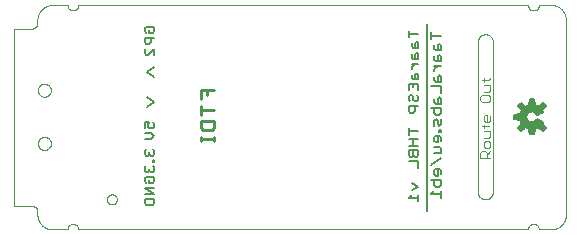
<source format=gbo>
G75*
%MOIN*%
%OFA0B0*%
%FSLAX25Y25*%
%IPPOS*%
%LPD*%
%AMOC8*
5,1,8,0,0,1.08239X$1,22.5*
%
%ADD10C,0.00800*%
%ADD11C,0.00600*%
%ADD12C,0.00000*%
%ADD13C,0.01100*%
%ADD14C,0.00200*%
%ADD15C,0.00591*%
D10*
X0103545Y0009902D02*
X0104079Y0009369D01*
X0106214Y0009369D01*
X0106748Y0009902D01*
X0106748Y0011504D01*
X0103545Y0011504D01*
X0103545Y0009902D01*
X0103545Y0013052D02*
X0106748Y0013052D01*
X0103545Y0015187D01*
X0106748Y0015187D01*
X0106214Y0016735D02*
X0105146Y0016735D01*
X0105146Y0017803D01*
X0104079Y0018870D02*
X0103545Y0018336D01*
X0103545Y0017269D01*
X0104079Y0016735D01*
X0106214Y0016735D02*
X0106748Y0017269D01*
X0106748Y0018336D01*
X0106214Y0018870D01*
X0104079Y0018870D01*
X0104079Y0020289D02*
X0104612Y0020289D01*
X0105146Y0020823D01*
X0105680Y0020289D01*
X0106214Y0020289D01*
X0106748Y0020823D01*
X0106748Y0021891D01*
X0106214Y0022425D01*
X0105146Y0021357D02*
X0105146Y0020823D01*
X0104079Y0020289D02*
X0103545Y0020823D01*
X0103545Y0021891D01*
X0104079Y0022425D01*
X0106214Y0023732D02*
X0106748Y0023732D01*
X0106748Y0024266D01*
X0106214Y0024266D01*
X0106214Y0023732D01*
X0106214Y0025814D02*
X0106748Y0026348D01*
X0106748Y0027416D01*
X0106214Y0027949D01*
X0105146Y0026882D02*
X0105146Y0026348D01*
X0105680Y0025814D01*
X0106214Y0025814D01*
X0105146Y0026348D02*
X0104612Y0025814D01*
X0104079Y0025814D01*
X0103545Y0026348D01*
X0103545Y0027416D01*
X0104079Y0027949D01*
X0103545Y0031210D02*
X0105680Y0031210D01*
X0106748Y0032278D01*
X0105680Y0033345D01*
X0103545Y0033345D01*
X0103545Y0034893D02*
X0103545Y0037029D01*
X0105146Y0037029D01*
X0104612Y0035961D01*
X0104612Y0035427D01*
X0105146Y0034893D01*
X0106214Y0034893D01*
X0106748Y0035427D01*
X0106748Y0036495D01*
X0106214Y0037029D01*
X0104454Y0042145D02*
X0106589Y0043747D01*
X0104454Y0045348D01*
X0106589Y0052145D02*
X0104454Y0053747D01*
X0106589Y0055348D01*
X0106748Y0059369D02*
X0106748Y0061504D01*
X0104612Y0059369D01*
X0104079Y0059369D01*
X0103545Y0059902D01*
X0103545Y0060970D01*
X0104079Y0061504D01*
X0104079Y0063052D02*
X0105146Y0063052D01*
X0105680Y0063586D01*
X0105680Y0065187D01*
X0106748Y0065187D02*
X0103545Y0065187D01*
X0103545Y0063586D01*
X0104079Y0063052D01*
X0104079Y0066735D02*
X0103545Y0067269D01*
X0103545Y0068336D01*
X0104079Y0068870D01*
X0106214Y0068870D01*
X0106748Y0068336D01*
X0106748Y0067269D01*
X0106214Y0066735D01*
X0105146Y0066735D01*
X0105146Y0067803D01*
X0191545Y0067504D02*
X0191545Y0065368D01*
X0191545Y0066436D02*
X0194748Y0066436D01*
X0194214Y0063820D02*
X0193680Y0063287D01*
X0193680Y0061685D01*
X0193146Y0061685D02*
X0194748Y0061685D01*
X0194748Y0063287D01*
X0194214Y0063820D01*
X0192612Y0063287D02*
X0192612Y0062219D01*
X0193146Y0061685D01*
X0194214Y0060137D02*
X0193680Y0059604D01*
X0193680Y0058002D01*
X0193146Y0058002D02*
X0194748Y0058002D01*
X0194748Y0059604D01*
X0194214Y0060137D01*
X0192612Y0059604D02*
X0192612Y0058536D01*
X0193146Y0058002D01*
X0192612Y0056454D02*
X0194748Y0056454D01*
X0193680Y0056454D02*
X0192612Y0055387D01*
X0192612Y0054853D01*
X0194214Y0053385D02*
X0193680Y0052851D01*
X0193680Y0051250D01*
X0193146Y0051250D02*
X0194748Y0051250D01*
X0194748Y0052851D01*
X0194214Y0053385D01*
X0192612Y0052851D02*
X0192612Y0051784D01*
X0193146Y0051250D01*
X0193146Y0049702D02*
X0193146Y0048634D01*
X0191545Y0047567D02*
X0191545Y0049702D01*
X0194748Y0049702D01*
X0194748Y0047567D01*
X0194214Y0046019D02*
X0194748Y0045485D01*
X0194748Y0044417D01*
X0194214Y0043883D01*
X0193680Y0043883D01*
X0193146Y0044417D01*
X0193146Y0045485D01*
X0192612Y0046019D01*
X0192079Y0046019D01*
X0191545Y0045485D01*
X0191545Y0044417D01*
X0192079Y0043883D01*
X0191545Y0042335D02*
X0191545Y0040734D01*
X0192079Y0040200D01*
X0193146Y0040200D01*
X0193680Y0040734D01*
X0193680Y0042335D01*
X0194748Y0042335D02*
X0191545Y0042335D01*
X0191545Y0034969D02*
X0191545Y0032834D01*
X0191545Y0033902D02*
X0194748Y0033902D01*
X0194748Y0031286D02*
X0191545Y0031286D01*
X0193146Y0031286D02*
X0193146Y0029151D01*
X0191545Y0029151D02*
X0194748Y0029151D01*
X0194748Y0027603D02*
X0191545Y0027603D01*
X0191545Y0026002D01*
X0192079Y0025468D01*
X0192612Y0025468D01*
X0193146Y0026002D01*
X0193146Y0027603D01*
X0194748Y0027603D02*
X0194748Y0026002D01*
X0194214Y0025468D01*
X0193680Y0025468D01*
X0193146Y0026002D01*
X0191545Y0023920D02*
X0194748Y0023920D01*
X0194748Y0021785D01*
X0192612Y0016553D02*
X0194748Y0015486D01*
X0192612Y0014418D01*
X0192612Y0012870D02*
X0191545Y0011803D01*
X0194748Y0011803D01*
X0194748Y0012870D02*
X0194748Y0010735D01*
D11*
X0198945Y0012957D02*
X0202348Y0012957D01*
X0202348Y0014091D02*
X0202348Y0011823D01*
X0200079Y0014091D02*
X0198945Y0012957D01*
X0200646Y0015506D02*
X0200079Y0016073D01*
X0200079Y0017774D01*
X0198945Y0017774D02*
X0202348Y0017774D01*
X0202348Y0016073D01*
X0201780Y0015506D01*
X0200646Y0015506D01*
X0200646Y0019189D02*
X0201213Y0019189D01*
X0201213Y0021457D01*
X0201780Y0021457D02*
X0200646Y0021457D01*
X0200079Y0020890D01*
X0200079Y0019756D01*
X0200646Y0019189D01*
X0202348Y0019756D02*
X0202348Y0020890D01*
X0201780Y0021457D01*
X0198945Y0022872D02*
X0202348Y0025141D01*
X0202348Y0026555D02*
X0200079Y0026555D01*
X0202348Y0026555D02*
X0202348Y0028257D01*
X0201780Y0028824D01*
X0200079Y0028824D01*
X0200646Y0030238D02*
X0201213Y0030238D01*
X0201213Y0032507D01*
X0201780Y0032507D02*
X0200646Y0032507D01*
X0200079Y0031940D01*
X0200079Y0030805D01*
X0200646Y0030238D01*
X0202348Y0030805D02*
X0202348Y0031940D01*
X0201780Y0032507D01*
X0201780Y0033781D02*
X0202348Y0033781D01*
X0202348Y0034348D01*
X0201780Y0034348D01*
X0201780Y0033781D01*
X0201780Y0035763D02*
X0201213Y0036330D01*
X0201213Y0037464D01*
X0200646Y0038032D01*
X0200079Y0037464D01*
X0200079Y0035763D01*
X0201780Y0035763D02*
X0202348Y0036330D01*
X0202348Y0038032D01*
X0201780Y0039446D02*
X0200646Y0039446D01*
X0200079Y0040013D01*
X0200079Y0041715D01*
X0198945Y0041715D02*
X0202348Y0041715D01*
X0202348Y0040013D01*
X0201780Y0039446D01*
X0201213Y0043129D02*
X0201213Y0044831D01*
X0201780Y0045398D01*
X0202348Y0044831D01*
X0202348Y0043129D01*
X0200646Y0043129D01*
X0200079Y0043696D01*
X0200079Y0044831D01*
X0202348Y0046812D02*
X0202348Y0049081D01*
X0198945Y0049081D01*
X0200646Y0050496D02*
X0202348Y0050496D01*
X0202348Y0052197D01*
X0201780Y0052764D01*
X0201213Y0052197D01*
X0201213Y0050496D01*
X0200646Y0050496D02*
X0200079Y0051063D01*
X0200079Y0052197D01*
X0200079Y0054132D02*
X0200079Y0054699D01*
X0201213Y0055833D01*
X0200079Y0055833D02*
X0202348Y0055833D01*
X0202348Y0057248D02*
X0200646Y0057248D01*
X0200079Y0057815D01*
X0200079Y0058949D01*
X0201213Y0058949D02*
X0201780Y0059517D01*
X0202348Y0058949D01*
X0202348Y0057248D01*
X0201213Y0057248D02*
X0201213Y0058949D01*
X0201213Y0060931D02*
X0201213Y0062633D01*
X0201780Y0063200D01*
X0202348Y0062633D01*
X0202348Y0060931D01*
X0200646Y0060931D01*
X0200079Y0061498D01*
X0200079Y0062633D01*
X0198945Y0064614D02*
X0198945Y0066883D01*
X0198945Y0065749D02*
X0202348Y0065749D01*
X0197648Y0069745D02*
X0197648Y0007245D01*
D12*
X0059959Y0009119D02*
X0059959Y0068175D01*
X0065864Y0068175D01*
X0065864Y0068174D02*
X0065950Y0068176D01*
X0066036Y0068181D01*
X0066121Y0068191D01*
X0066206Y0068204D01*
X0066290Y0068221D01*
X0066374Y0068241D01*
X0066456Y0068265D01*
X0066537Y0068293D01*
X0066618Y0068324D01*
X0066696Y0068358D01*
X0066773Y0068396D01*
X0066849Y0068438D01*
X0066922Y0068482D01*
X0066993Y0068530D01*
X0067063Y0068581D01*
X0067130Y0068635D01*
X0067194Y0068691D01*
X0067256Y0068751D01*
X0067316Y0068813D01*
X0067372Y0068877D01*
X0067426Y0068944D01*
X0067477Y0069014D01*
X0067525Y0069085D01*
X0067569Y0069159D01*
X0067611Y0069234D01*
X0067649Y0069311D01*
X0067683Y0069389D01*
X0067714Y0069470D01*
X0067742Y0069551D01*
X0067766Y0069633D01*
X0067786Y0069717D01*
X0067803Y0069801D01*
X0067816Y0069886D01*
X0067826Y0069971D01*
X0067831Y0070057D01*
X0067833Y0070143D01*
X0067833Y0071049D01*
X0067835Y0071189D01*
X0067841Y0071329D01*
X0067851Y0071469D01*
X0067864Y0071609D01*
X0067882Y0071748D01*
X0067904Y0071887D01*
X0067929Y0072024D01*
X0067958Y0072162D01*
X0067991Y0072298D01*
X0068028Y0072433D01*
X0068069Y0072567D01*
X0068114Y0072700D01*
X0068162Y0072832D01*
X0068214Y0072962D01*
X0068269Y0073091D01*
X0068328Y0073218D01*
X0068391Y0073344D01*
X0068457Y0073468D01*
X0068526Y0073589D01*
X0068599Y0073709D01*
X0068676Y0073827D01*
X0068755Y0073942D01*
X0068838Y0074056D01*
X0068924Y0074166D01*
X0069013Y0074275D01*
X0069105Y0074381D01*
X0069200Y0074484D01*
X0069297Y0074585D01*
X0069398Y0074682D01*
X0069501Y0074777D01*
X0069607Y0074869D01*
X0069716Y0074958D01*
X0069826Y0075044D01*
X0069940Y0075127D01*
X0070055Y0075206D01*
X0070173Y0075283D01*
X0070293Y0075356D01*
X0070414Y0075425D01*
X0070538Y0075491D01*
X0070664Y0075554D01*
X0070791Y0075613D01*
X0070920Y0075668D01*
X0071050Y0075720D01*
X0071182Y0075768D01*
X0071315Y0075813D01*
X0071449Y0075854D01*
X0071584Y0075891D01*
X0071720Y0075924D01*
X0071858Y0075953D01*
X0071995Y0075978D01*
X0072134Y0076000D01*
X0072273Y0076018D01*
X0072413Y0076031D01*
X0072553Y0076041D01*
X0072693Y0076047D01*
X0072833Y0076049D01*
X0077963Y0076049D01*
X0077963Y0075617D01*
X0077965Y0075549D01*
X0077970Y0075482D01*
X0077979Y0075415D01*
X0077992Y0075348D01*
X0078009Y0075283D01*
X0078028Y0075218D01*
X0078052Y0075154D01*
X0078079Y0075092D01*
X0078109Y0075031D01*
X0078142Y0074973D01*
X0078178Y0074916D01*
X0078218Y0074861D01*
X0078260Y0074808D01*
X0078306Y0074757D01*
X0078353Y0074710D01*
X0078404Y0074664D01*
X0078457Y0074622D01*
X0078512Y0074582D01*
X0078569Y0074546D01*
X0078627Y0074513D01*
X0078688Y0074483D01*
X0078750Y0074456D01*
X0078814Y0074432D01*
X0078879Y0074413D01*
X0078944Y0074396D01*
X0079011Y0074383D01*
X0079078Y0074374D01*
X0079145Y0074369D01*
X0079213Y0074367D01*
X0080075Y0074367D01*
X0080143Y0074369D01*
X0080210Y0074374D01*
X0080277Y0074383D01*
X0080344Y0074396D01*
X0080409Y0074413D01*
X0080474Y0074432D01*
X0080538Y0074456D01*
X0080600Y0074483D01*
X0080661Y0074513D01*
X0080719Y0074546D01*
X0080776Y0074582D01*
X0080831Y0074622D01*
X0080884Y0074664D01*
X0080935Y0074710D01*
X0080982Y0074757D01*
X0081028Y0074808D01*
X0081070Y0074861D01*
X0081110Y0074916D01*
X0081146Y0074973D01*
X0081179Y0075031D01*
X0081209Y0075092D01*
X0081236Y0075154D01*
X0081260Y0075218D01*
X0081279Y0075283D01*
X0081296Y0075348D01*
X0081309Y0075415D01*
X0081318Y0075482D01*
X0081323Y0075549D01*
X0081325Y0075617D01*
X0081325Y0076049D01*
X0231506Y0076049D01*
X0231506Y0075617D01*
X0231508Y0075549D01*
X0231513Y0075482D01*
X0231522Y0075415D01*
X0231535Y0075348D01*
X0231552Y0075283D01*
X0231571Y0075218D01*
X0231595Y0075154D01*
X0231622Y0075092D01*
X0231652Y0075031D01*
X0231685Y0074973D01*
X0231721Y0074916D01*
X0231761Y0074861D01*
X0231803Y0074808D01*
X0231849Y0074757D01*
X0231896Y0074710D01*
X0231947Y0074664D01*
X0232000Y0074622D01*
X0232055Y0074582D01*
X0232112Y0074546D01*
X0232170Y0074513D01*
X0232231Y0074483D01*
X0232293Y0074456D01*
X0232357Y0074432D01*
X0232422Y0074413D01*
X0232487Y0074396D01*
X0232554Y0074383D01*
X0232621Y0074374D01*
X0232688Y0074369D01*
X0232756Y0074367D01*
X0233618Y0074367D01*
X0233686Y0074369D01*
X0233753Y0074374D01*
X0233820Y0074383D01*
X0233887Y0074396D01*
X0233952Y0074413D01*
X0234017Y0074432D01*
X0234081Y0074456D01*
X0234143Y0074483D01*
X0234204Y0074513D01*
X0234262Y0074546D01*
X0234319Y0074582D01*
X0234374Y0074622D01*
X0234427Y0074664D01*
X0234478Y0074710D01*
X0234525Y0074757D01*
X0234571Y0074808D01*
X0234613Y0074861D01*
X0234653Y0074916D01*
X0234689Y0074973D01*
X0234722Y0075031D01*
X0234752Y0075092D01*
X0234779Y0075154D01*
X0234803Y0075218D01*
X0234822Y0075283D01*
X0234839Y0075348D01*
X0234852Y0075415D01*
X0234861Y0075482D01*
X0234866Y0075549D01*
X0234868Y0075617D01*
X0234868Y0076049D01*
X0238998Y0076049D01*
X0239138Y0076047D01*
X0239278Y0076041D01*
X0239418Y0076031D01*
X0239558Y0076018D01*
X0239697Y0076000D01*
X0239836Y0075978D01*
X0239973Y0075953D01*
X0240111Y0075924D01*
X0240247Y0075891D01*
X0240382Y0075854D01*
X0240516Y0075813D01*
X0240649Y0075768D01*
X0240781Y0075720D01*
X0240911Y0075668D01*
X0241040Y0075613D01*
X0241167Y0075554D01*
X0241293Y0075491D01*
X0241417Y0075425D01*
X0241538Y0075356D01*
X0241658Y0075283D01*
X0241776Y0075206D01*
X0241891Y0075127D01*
X0242005Y0075044D01*
X0242115Y0074958D01*
X0242224Y0074869D01*
X0242330Y0074777D01*
X0242433Y0074682D01*
X0242534Y0074585D01*
X0242631Y0074484D01*
X0242726Y0074381D01*
X0242818Y0074275D01*
X0242907Y0074166D01*
X0242993Y0074056D01*
X0243076Y0073942D01*
X0243155Y0073827D01*
X0243232Y0073709D01*
X0243305Y0073589D01*
X0243374Y0073468D01*
X0243440Y0073344D01*
X0243503Y0073218D01*
X0243562Y0073091D01*
X0243617Y0072962D01*
X0243669Y0072832D01*
X0243717Y0072700D01*
X0243762Y0072567D01*
X0243803Y0072433D01*
X0243840Y0072298D01*
X0243873Y0072162D01*
X0243902Y0072024D01*
X0243927Y0071887D01*
X0243949Y0071748D01*
X0243967Y0071609D01*
X0243980Y0071469D01*
X0243990Y0071329D01*
X0243996Y0071189D01*
X0243998Y0071049D01*
X0243998Y0006245D01*
X0243996Y0006105D01*
X0243990Y0005965D01*
X0243980Y0005825D01*
X0243967Y0005685D01*
X0243949Y0005546D01*
X0243927Y0005407D01*
X0243902Y0005270D01*
X0243873Y0005132D01*
X0243840Y0004996D01*
X0243803Y0004861D01*
X0243762Y0004727D01*
X0243717Y0004594D01*
X0243669Y0004462D01*
X0243617Y0004332D01*
X0243562Y0004203D01*
X0243503Y0004076D01*
X0243440Y0003950D01*
X0243374Y0003826D01*
X0243305Y0003705D01*
X0243232Y0003585D01*
X0243155Y0003467D01*
X0243076Y0003352D01*
X0242993Y0003238D01*
X0242907Y0003128D01*
X0242818Y0003019D01*
X0242726Y0002913D01*
X0242631Y0002810D01*
X0242534Y0002709D01*
X0242433Y0002612D01*
X0242330Y0002517D01*
X0242224Y0002425D01*
X0242115Y0002336D01*
X0242005Y0002250D01*
X0241891Y0002167D01*
X0241776Y0002088D01*
X0241658Y0002011D01*
X0241538Y0001938D01*
X0241417Y0001869D01*
X0241293Y0001803D01*
X0241167Y0001740D01*
X0241040Y0001681D01*
X0240911Y0001626D01*
X0240781Y0001574D01*
X0240649Y0001526D01*
X0240516Y0001481D01*
X0240382Y0001440D01*
X0240247Y0001403D01*
X0240111Y0001370D01*
X0239973Y0001341D01*
X0239836Y0001316D01*
X0239697Y0001294D01*
X0239558Y0001276D01*
X0239418Y0001263D01*
X0239278Y0001253D01*
X0239138Y0001247D01*
X0238998Y0001245D01*
X0234868Y0001245D01*
X0234868Y0001677D01*
X0234866Y0001745D01*
X0234861Y0001812D01*
X0234852Y0001879D01*
X0234839Y0001946D01*
X0234822Y0002011D01*
X0234803Y0002076D01*
X0234779Y0002140D01*
X0234752Y0002202D01*
X0234722Y0002263D01*
X0234689Y0002321D01*
X0234653Y0002378D01*
X0234613Y0002433D01*
X0234571Y0002486D01*
X0234525Y0002537D01*
X0234478Y0002584D01*
X0234427Y0002630D01*
X0234374Y0002672D01*
X0234319Y0002712D01*
X0234262Y0002748D01*
X0234204Y0002781D01*
X0234143Y0002811D01*
X0234081Y0002838D01*
X0234017Y0002862D01*
X0233952Y0002881D01*
X0233887Y0002898D01*
X0233820Y0002911D01*
X0233753Y0002920D01*
X0233686Y0002925D01*
X0233618Y0002927D01*
X0232756Y0002927D01*
X0232688Y0002925D01*
X0232621Y0002920D01*
X0232554Y0002911D01*
X0232487Y0002898D01*
X0232422Y0002881D01*
X0232357Y0002862D01*
X0232293Y0002838D01*
X0232231Y0002811D01*
X0232170Y0002781D01*
X0232112Y0002748D01*
X0232055Y0002712D01*
X0232000Y0002672D01*
X0231947Y0002630D01*
X0231896Y0002584D01*
X0231849Y0002537D01*
X0231803Y0002486D01*
X0231761Y0002433D01*
X0231721Y0002378D01*
X0231685Y0002321D01*
X0231652Y0002263D01*
X0231622Y0002202D01*
X0231595Y0002140D01*
X0231571Y0002076D01*
X0231552Y0002011D01*
X0231535Y0001946D01*
X0231522Y0001879D01*
X0231513Y0001812D01*
X0231508Y0001745D01*
X0231506Y0001677D01*
X0231506Y0001245D01*
X0081325Y0001245D01*
X0081325Y0001677D01*
X0081323Y0001745D01*
X0081318Y0001812D01*
X0081309Y0001879D01*
X0081296Y0001946D01*
X0081279Y0002011D01*
X0081260Y0002076D01*
X0081236Y0002140D01*
X0081209Y0002202D01*
X0081179Y0002263D01*
X0081146Y0002321D01*
X0081110Y0002378D01*
X0081070Y0002433D01*
X0081028Y0002486D01*
X0080982Y0002537D01*
X0080935Y0002584D01*
X0080884Y0002630D01*
X0080831Y0002672D01*
X0080776Y0002712D01*
X0080719Y0002748D01*
X0080661Y0002781D01*
X0080600Y0002811D01*
X0080538Y0002838D01*
X0080474Y0002862D01*
X0080409Y0002881D01*
X0080344Y0002898D01*
X0080277Y0002911D01*
X0080210Y0002920D01*
X0080143Y0002925D01*
X0080075Y0002927D01*
X0079213Y0002927D01*
X0079145Y0002925D01*
X0079078Y0002920D01*
X0079011Y0002911D01*
X0078944Y0002898D01*
X0078879Y0002881D01*
X0078814Y0002862D01*
X0078750Y0002838D01*
X0078688Y0002811D01*
X0078627Y0002781D01*
X0078569Y0002748D01*
X0078512Y0002712D01*
X0078457Y0002672D01*
X0078404Y0002630D01*
X0078353Y0002584D01*
X0078306Y0002537D01*
X0078260Y0002486D01*
X0078218Y0002433D01*
X0078178Y0002378D01*
X0078142Y0002321D01*
X0078109Y0002263D01*
X0078079Y0002202D01*
X0078052Y0002140D01*
X0078028Y0002076D01*
X0078009Y0002011D01*
X0077992Y0001946D01*
X0077979Y0001879D01*
X0077970Y0001812D01*
X0077965Y0001745D01*
X0077963Y0001677D01*
X0077963Y0001245D01*
X0072833Y0001245D01*
X0072693Y0001247D01*
X0072553Y0001253D01*
X0072413Y0001263D01*
X0072273Y0001276D01*
X0072134Y0001294D01*
X0071995Y0001316D01*
X0071858Y0001341D01*
X0071720Y0001370D01*
X0071584Y0001403D01*
X0071449Y0001440D01*
X0071315Y0001481D01*
X0071182Y0001526D01*
X0071050Y0001574D01*
X0070920Y0001626D01*
X0070791Y0001681D01*
X0070664Y0001740D01*
X0070538Y0001803D01*
X0070414Y0001869D01*
X0070293Y0001938D01*
X0070173Y0002011D01*
X0070055Y0002088D01*
X0069940Y0002167D01*
X0069826Y0002250D01*
X0069716Y0002336D01*
X0069607Y0002425D01*
X0069501Y0002517D01*
X0069398Y0002612D01*
X0069297Y0002709D01*
X0069200Y0002810D01*
X0069105Y0002913D01*
X0069013Y0003019D01*
X0068924Y0003128D01*
X0068838Y0003238D01*
X0068755Y0003352D01*
X0068676Y0003467D01*
X0068599Y0003585D01*
X0068526Y0003705D01*
X0068457Y0003826D01*
X0068391Y0003950D01*
X0068328Y0004076D01*
X0068269Y0004203D01*
X0068214Y0004332D01*
X0068162Y0004462D01*
X0068114Y0004594D01*
X0068069Y0004727D01*
X0068028Y0004861D01*
X0067991Y0004996D01*
X0067958Y0005132D01*
X0067929Y0005270D01*
X0067904Y0005407D01*
X0067882Y0005546D01*
X0067864Y0005685D01*
X0067851Y0005825D01*
X0067841Y0005965D01*
X0067835Y0006105D01*
X0067833Y0006245D01*
X0067833Y0007151D01*
X0067831Y0007237D01*
X0067826Y0007323D01*
X0067816Y0007408D01*
X0067803Y0007493D01*
X0067786Y0007577D01*
X0067766Y0007661D01*
X0067742Y0007743D01*
X0067714Y0007824D01*
X0067683Y0007905D01*
X0067649Y0007983D01*
X0067611Y0008060D01*
X0067569Y0008136D01*
X0067525Y0008209D01*
X0067477Y0008280D01*
X0067426Y0008350D01*
X0067372Y0008417D01*
X0067316Y0008481D01*
X0067256Y0008543D01*
X0067194Y0008603D01*
X0067130Y0008659D01*
X0067063Y0008713D01*
X0066993Y0008764D01*
X0066922Y0008812D01*
X0066849Y0008856D01*
X0066773Y0008898D01*
X0066696Y0008936D01*
X0066618Y0008970D01*
X0066537Y0009001D01*
X0066456Y0009029D01*
X0066374Y0009053D01*
X0066290Y0009073D01*
X0066206Y0009090D01*
X0066121Y0009103D01*
X0066036Y0009113D01*
X0065950Y0009118D01*
X0065864Y0009120D01*
X0065864Y0009119D02*
X0059959Y0009119D01*
X0090975Y0011245D02*
X0090977Y0011326D01*
X0090983Y0011408D01*
X0090993Y0011489D01*
X0091007Y0011569D01*
X0091024Y0011648D01*
X0091046Y0011727D01*
X0091071Y0011804D01*
X0091100Y0011881D01*
X0091133Y0011955D01*
X0091170Y0012028D01*
X0091209Y0012099D01*
X0091253Y0012168D01*
X0091299Y0012235D01*
X0091349Y0012299D01*
X0091402Y0012361D01*
X0091458Y0012421D01*
X0091516Y0012477D01*
X0091578Y0012531D01*
X0091642Y0012582D01*
X0091708Y0012629D01*
X0091776Y0012673D01*
X0091847Y0012714D01*
X0091919Y0012751D01*
X0091994Y0012785D01*
X0092069Y0012815D01*
X0092147Y0012841D01*
X0092225Y0012864D01*
X0092304Y0012882D01*
X0092384Y0012897D01*
X0092465Y0012908D01*
X0092546Y0012915D01*
X0092628Y0012918D01*
X0092709Y0012917D01*
X0092790Y0012912D01*
X0092871Y0012903D01*
X0092952Y0012890D01*
X0093032Y0012873D01*
X0093110Y0012853D01*
X0093188Y0012828D01*
X0093265Y0012800D01*
X0093340Y0012768D01*
X0093413Y0012733D01*
X0093484Y0012694D01*
X0093554Y0012651D01*
X0093621Y0012606D01*
X0093687Y0012557D01*
X0093749Y0012505D01*
X0093809Y0012449D01*
X0093866Y0012391D01*
X0093921Y0012331D01*
X0093972Y0012267D01*
X0094020Y0012202D01*
X0094065Y0012134D01*
X0094107Y0012064D01*
X0094145Y0011992D01*
X0094180Y0011918D01*
X0094211Y0011843D01*
X0094238Y0011766D01*
X0094261Y0011688D01*
X0094281Y0011609D01*
X0094297Y0011529D01*
X0094309Y0011448D01*
X0094317Y0011367D01*
X0094321Y0011286D01*
X0094321Y0011204D01*
X0094317Y0011123D01*
X0094309Y0011042D01*
X0094297Y0010961D01*
X0094281Y0010881D01*
X0094261Y0010802D01*
X0094238Y0010724D01*
X0094211Y0010647D01*
X0094180Y0010572D01*
X0094145Y0010498D01*
X0094107Y0010426D01*
X0094065Y0010356D01*
X0094020Y0010288D01*
X0093972Y0010223D01*
X0093921Y0010159D01*
X0093866Y0010099D01*
X0093809Y0010041D01*
X0093749Y0009985D01*
X0093687Y0009933D01*
X0093621Y0009884D01*
X0093554Y0009839D01*
X0093485Y0009796D01*
X0093413Y0009757D01*
X0093340Y0009722D01*
X0093265Y0009690D01*
X0093188Y0009662D01*
X0093110Y0009637D01*
X0093032Y0009617D01*
X0092952Y0009600D01*
X0092871Y0009587D01*
X0092790Y0009578D01*
X0092709Y0009573D01*
X0092628Y0009572D01*
X0092546Y0009575D01*
X0092465Y0009582D01*
X0092384Y0009593D01*
X0092304Y0009608D01*
X0092225Y0009626D01*
X0092147Y0009649D01*
X0092069Y0009675D01*
X0091994Y0009705D01*
X0091919Y0009739D01*
X0091847Y0009776D01*
X0091776Y0009817D01*
X0091708Y0009861D01*
X0091642Y0009908D01*
X0091578Y0009959D01*
X0091516Y0010013D01*
X0091458Y0010069D01*
X0091402Y0010129D01*
X0091349Y0010191D01*
X0091299Y0010255D01*
X0091253Y0010322D01*
X0091209Y0010391D01*
X0091170Y0010462D01*
X0091133Y0010535D01*
X0091100Y0010609D01*
X0091071Y0010686D01*
X0091046Y0010763D01*
X0091024Y0010842D01*
X0091007Y0010921D01*
X0090993Y0011001D01*
X0090983Y0011082D01*
X0090977Y0011164D01*
X0090975Y0011245D01*
X0067983Y0029887D02*
X0067985Y0029980D01*
X0067991Y0030072D01*
X0068001Y0030164D01*
X0068015Y0030255D01*
X0068032Y0030346D01*
X0068054Y0030436D01*
X0068079Y0030525D01*
X0068108Y0030613D01*
X0068141Y0030699D01*
X0068178Y0030784D01*
X0068218Y0030868D01*
X0068262Y0030949D01*
X0068309Y0031029D01*
X0068359Y0031107D01*
X0068413Y0031182D01*
X0068470Y0031255D01*
X0068530Y0031325D01*
X0068593Y0031393D01*
X0068659Y0031458D01*
X0068727Y0031520D01*
X0068798Y0031580D01*
X0068872Y0031636D01*
X0068948Y0031689D01*
X0069026Y0031738D01*
X0069106Y0031785D01*
X0069188Y0031827D01*
X0069272Y0031867D01*
X0069357Y0031902D01*
X0069444Y0031934D01*
X0069532Y0031963D01*
X0069621Y0031987D01*
X0069711Y0032008D01*
X0069802Y0032024D01*
X0069894Y0032037D01*
X0069986Y0032046D01*
X0070079Y0032051D01*
X0070171Y0032052D01*
X0070264Y0032049D01*
X0070356Y0032042D01*
X0070448Y0032031D01*
X0070539Y0032016D01*
X0070630Y0031998D01*
X0070720Y0031975D01*
X0070808Y0031949D01*
X0070896Y0031919D01*
X0070982Y0031885D01*
X0071066Y0031848D01*
X0071149Y0031806D01*
X0071230Y0031762D01*
X0071310Y0031714D01*
X0071387Y0031663D01*
X0071461Y0031608D01*
X0071534Y0031550D01*
X0071604Y0031490D01*
X0071671Y0031426D01*
X0071735Y0031360D01*
X0071797Y0031290D01*
X0071855Y0031219D01*
X0071910Y0031145D01*
X0071962Y0031068D01*
X0072011Y0030989D01*
X0072057Y0030909D01*
X0072099Y0030826D01*
X0072137Y0030742D01*
X0072172Y0030656D01*
X0072203Y0030569D01*
X0072230Y0030481D01*
X0072253Y0030391D01*
X0072273Y0030301D01*
X0072289Y0030210D01*
X0072301Y0030118D01*
X0072309Y0030026D01*
X0072313Y0029933D01*
X0072313Y0029841D01*
X0072309Y0029748D01*
X0072301Y0029656D01*
X0072289Y0029564D01*
X0072273Y0029473D01*
X0072253Y0029383D01*
X0072230Y0029293D01*
X0072203Y0029205D01*
X0072172Y0029118D01*
X0072137Y0029032D01*
X0072099Y0028948D01*
X0072057Y0028865D01*
X0072011Y0028785D01*
X0071962Y0028706D01*
X0071910Y0028629D01*
X0071855Y0028555D01*
X0071797Y0028484D01*
X0071735Y0028414D01*
X0071671Y0028348D01*
X0071604Y0028284D01*
X0071534Y0028224D01*
X0071461Y0028166D01*
X0071387Y0028111D01*
X0071310Y0028060D01*
X0071231Y0028012D01*
X0071149Y0027968D01*
X0071066Y0027926D01*
X0070982Y0027889D01*
X0070896Y0027855D01*
X0070808Y0027825D01*
X0070720Y0027799D01*
X0070630Y0027776D01*
X0070539Y0027758D01*
X0070448Y0027743D01*
X0070356Y0027732D01*
X0070264Y0027725D01*
X0070171Y0027722D01*
X0070079Y0027723D01*
X0069986Y0027728D01*
X0069894Y0027737D01*
X0069802Y0027750D01*
X0069711Y0027766D01*
X0069621Y0027787D01*
X0069532Y0027811D01*
X0069444Y0027840D01*
X0069357Y0027872D01*
X0069272Y0027907D01*
X0069188Y0027947D01*
X0069106Y0027989D01*
X0069026Y0028036D01*
X0068948Y0028085D01*
X0068872Y0028138D01*
X0068798Y0028194D01*
X0068727Y0028254D01*
X0068659Y0028316D01*
X0068593Y0028381D01*
X0068530Y0028449D01*
X0068470Y0028519D01*
X0068413Y0028592D01*
X0068359Y0028667D01*
X0068309Y0028745D01*
X0068262Y0028825D01*
X0068218Y0028906D01*
X0068178Y0028990D01*
X0068141Y0029075D01*
X0068108Y0029161D01*
X0068079Y0029249D01*
X0068054Y0029338D01*
X0068032Y0029428D01*
X0068015Y0029519D01*
X0068001Y0029610D01*
X0067991Y0029702D01*
X0067985Y0029794D01*
X0067983Y0029887D01*
X0067983Y0047604D02*
X0067985Y0047697D01*
X0067991Y0047789D01*
X0068001Y0047881D01*
X0068015Y0047972D01*
X0068032Y0048063D01*
X0068054Y0048153D01*
X0068079Y0048242D01*
X0068108Y0048330D01*
X0068141Y0048416D01*
X0068178Y0048501D01*
X0068218Y0048585D01*
X0068262Y0048666D01*
X0068309Y0048746D01*
X0068359Y0048824D01*
X0068413Y0048899D01*
X0068470Y0048972D01*
X0068530Y0049042D01*
X0068593Y0049110D01*
X0068659Y0049175D01*
X0068727Y0049237D01*
X0068798Y0049297D01*
X0068872Y0049353D01*
X0068948Y0049406D01*
X0069026Y0049455D01*
X0069106Y0049502D01*
X0069188Y0049544D01*
X0069272Y0049584D01*
X0069357Y0049619D01*
X0069444Y0049651D01*
X0069532Y0049680D01*
X0069621Y0049704D01*
X0069711Y0049725D01*
X0069802Y0049741D01*
X0069894Y0049754D01*
X0069986Y0049763D01*
X0070079Y0049768D01*
X0070171Y0049769D01*
X0070264Y0049766D01*
X0070356Y0049759D01*
X0070448Y0049748D01*
X0070539Y0049733D01*
X0070630Y0049715D01*
X0070720Y0049692D01*
X0070808Y0049666D01*
X0070896Y0049636D01*
X0070982Y0049602D01*
X0071066Y0049565D01*
X0071149Y0049523D01*
X0071230Y0049479D01*
X0071310Y0049431D01*
X0071387Y0049380D01*
X0071461Y0049325D01*
X0071534Y0049267D01*
X0071604Y0049207D01*
X0071671Y0049143D01*
X0071735Y0049077D01*
X0071797Y0049007D01*
X0071855Y0048936D01*
X0071910Y0048862D01*
X0071962Y0048785D01*
X0072011Y0048706D01*
X0072057Y0048626D01*
X0072099Y0048543D01*
X0072137Y0048459D01*
X0072172Y0048373D01*
X0072203Y0048286D01*
X0072230Y0048198D01*
X0072253Y0048108D01*
X0072273Y0048018D01*
X0072289Y0047927D01*
X0072301Y0047835D01*
X0072309Y0047743D01*
X0072313Y0047650D01*
X0072313Y0047558D01*
X0072309Y0047465D01*
X0072301Y0047373D01*
X0072289Y0047281D01*
X0072273Y0047190D01*
X0072253Y0047100D01*
X0072230Y0047010D01*
X0072203Y0046922D01*
X0072172Y0046835D01*
X0072137Y0046749D01*
X0072099Y0046665D01*
X0072057Y0046582D01*
X0072011Y0046502D01*
X0071962Y0046423D01*
X0071910Y0046346D01*
X0071855Y0046272D01*
X0071797Y0046201D01*
X0071735Y0046131D01*
X0071671Y0046065D01*
X0071604Y0046001D01*
X0071534Y0045941D01*
X0071461Y0045883D01*
X0071387Y0045828D01*
X0071310Y0045777D01*
X0071231Y0045729D01*
X0071149Y0045685D01*
X0071066Y0045643D01*
X0070982Y0045606D01*
X0070896Y0045572D01*
X0070808Y0045542D01*
X0070720Y0045516D01*
X0070630Y0045493D01*
X0070539Y0045475D01*
X0070448Y0045460D01*
X0070356Y0045449D01*
X0070264Y0045442D01*
X0070171Y0045439D01*
X0070079Y0045440D01*
X0069986Y0045445D01*
X0069894Y0045454D01*
X0069802Y0045467D01*
X0069711Y0045483D01*
X0069621Y0045504D01*
X0069532Y0045528D01*
X0069444Y0045557D01*
X0069357Y0045589D01*
X0069272Y0045624D01*
X0069188Y0045664D01*
X0069106Y0045706D01*
X0069026Y0045753D01*
X0068948Y0045802D01*
X0068872Y0045855D01*
X0068798Y0045911D01*
X0068727Y0045971D01*
X0068659Y0046033D01*
X0068593Y0046098D01*
X0068530Y0046166D01*
X0068470Y0046236D01*
X0068413Y0046309D01*
X0068359Y0046384D01*
X0068309Y0046462D01*
X0068262Y0046542D01*
X0068218Y0046623D01*
X0068178Y0046707D01*
X0068141Y0046792D01*
X0068108Y0046878D01*
X0068079Y0046966D01*
X0068054Y0047055D01*
X0068032Y0047145D01*
X0068015Y0047236D01*
X0068001Y0047327D01*
X0067991Y0047419D01*
X0067985Y0047511D01*
X0067983Y0047604D01*
X0214648Y0063745D02*
X0214648Y0013745D01*
X0217148Y0011245D02*
X0217246Y0011247D01*
X0217344Y0011253D01*
X0217442Y0011262D01*
X0217539Y0011276D01*
X0217636Y0011293D01*
X0217732Y0011314D01*
X0217827Y0011339D01*
X0217921Y0011367D01*
X0218013Y0011400D01*
X0218105Y0011435D01*
X0218195Y0011475D01*
X0218283Y0011517D01*
X0218370Y0011564D01*
X0218454Y0011613D01*
X0218537Y0011666D01*
X0218617Y0011722D01*
X0218696Y0011782D01*
X0218772Y0011844D01*
X0218845Y0011909D01*
X0218916Y0011977D01*
X0218984Y0012048D01*
X0219049Y0012121D01*
X0219111Y0012197D01*
X0219171Y0012276D01*
X0219227Y0012356D01*
X0219280Y0012439D01*
X0219329Y0012523D01*
X0219376Y0012610D01*
X0219418Y0012698D01*
X0219458Y0012788D01*
X0219493Y0012880D01*
X0219526Y0012972D01*
X0219554Y0013066D01*
X0219579Y0013161D01*
X0219600Y0013257D01*
X0219617Y0013354D01*
X0219631Y0013451D01*
X0219640Y0013549D01*
X0219646Y0013647D01*
X0219648Y0013745D01*
X0219648Y0063745D01*
X0217148Y0066245D02*
X0217050Y0066243D01*
X0216952Y0066237D01*
X0216854Y0066228D01*
X0216757Y0066214D01*
X0216660Y0066197D01*
X0216564Y0066176D01*
X0216469Y0066151D01*
X0216375Y0066123D01*
X0216283Y0066090D01*
X0216191Y0066055D01*
X0216101Y0066015D01*
X0216013Y0065973D01*
X0215926Y0065926D01*
X0215842Y0065877D01*
X0215759Y0065824D01*
X0215679Y0065768D01*
X0215600Y0065708D01*
X0215524Y0065646D01*
X0215451Y0065581D01*
X0215380Y0065513D01*
X0215312Y0065442D01*
X0215247Y0065369D01*
X0215185Y0065293D01*
X0215125Y0065214D01*
X0215069Y0065134D01*
X0215016Y0065051D01*
X0214967Y0064967D01*
X0214920Y0064880D01*
X0214878Y0064792D01*
X0214838Y0064702D01*
X0214803Y0064610D01*
X0214770Y0064518D01*
X0214742Y0064424D01*
X0214717Y0064329D01*
X0214696Y0064233D01*
X0214679Y0064136D01*
X0214665Y0064039D01*
X0214656Y0063941D01*
X0214650Y0063843D01*
X0214648Y0063745D01*
X0217148Y0066245D02*
X0217246Y0066243D01*
X0217344Y0066237D01*
X0217442Y0066228D01*
X0217539Y0066214D01*
X0217636Y0066197D01*
X0217732Y0066176D01*
X0217827Y0066151D01*
X0217921Y0066123D01*
X0218013Y0066090D01*
X0218105Y0066055D01*
X0218195Y0066015D01*
X0218283Y0065973D01*
X0218370Y0065926D01*
X0218454Y0065877D01*
X0218537Y0065824D01*
X0218617Y0065768D01*
X0218696Y0065708D01*
X0218772Y0065646D01*
X0218845Y0065581D01*
X0218916Y0065513D01*
X0218984Y0065442D01*
X0219049Y0065369D01*
X0219111Y0065293D01*
X0219171Y0065214D01*
X0219227Y0065134D01*
X0219280Y0065051D01*
X0219329Y0064967D01*
X0219376Y0064880D01*
X0219418Y0064792D01*
X0219458Y0064702D01*
X0219493Y0064610D01*
X0219526Y0064518D01*
X0219554Y0064424D01*
X0219579Y0064329D01*
X0219600Y0064233D01*
X0219617Y0064136D01*
X0219631Y0064039D01*
X0219640Y0063941D01*
X0219646Y0063843D01*
X0219648Y0063745D01*
X0214648Y0013745D02*
X0214650Y0013647D01*
X0214656Y0013549D01*
X0214665Y0013451D01*
X0214679Y0013354D01*
X0214696Y0013257D01*
X0214717Y0013161D01*
X0214742Y0013066D01*
X0214770Y0012972D01*
X0214803Y0012880D01*
X0214838Y0012788D01*
X0214878Y0012698D01*
X0214920Y0012610D01*
X0214967Y0012523D01*
X0215016Y0012439D01*
X0215069Y0012356D01*
X0215125Y0012276D01*
X0215185Y0012197D01*
X0215247Y0012121D01*
X0215312Y0012048D01*
X0215380Y0011977D01*
X0215451Y0011909D01*
X0215524Y0011844D01*
X0215600Y0011782D01*
X0215679Y0011722D01*
X0215759Y0011666D01*
X0215842Y0011613D01*
X0215926Y0011564D01*
X0216013Y0011517D01*
X0216101Y0011475D01*
X0216191Y0011435D01*
X0216283Y0011400D01*
X0216375Y0011367D01*
X0216469Y0011339D01*
X0216564Y0011314D01*
X0216660Y0011293D01*
X0216757Y0011276D01*
X0216854Y0011262D01*
X0216952Y0011253D01*
X0217050Y0011247D01*
X0217148Y0011245D01*
D13*
X0126698Y0030678D02*
X0126698Y0032180D01*
X0126698Y0031429D02*
X0122194Y0031429D01*
X0122194Y0032180D02*
X0122194Y0030678D01*
X0122944Y0034333D02*
X0122194Y0035084D01*
X0122194Y0037336D01*
X0126698Y0037336D01*
X0126698Y0035084D01*
X0125947Y0034333D01*
X0122944Y0034333D01*
X0122194Y0039490D02*
X0122194Y0042492D01*
X0122194Y0040991D02*
X0126698Y0040991D01*
X0122194Y0044646D02*
X0122194Y0047649D01*
X0126698Y0047649D01*
X0124446Y0047649D02*
X0124446Y0046148D01*
D14*
X0215445Y0045519D02*
X0215445Y0044385D01*
X0216012Y0043818D01*
X0218280Y0043818D01*
X0218848Y0044385D01*
X0218848Y0045519D01*
X0218280Y0046086D01*
X0216012Y0046086D01*
X0215445Y0045519D01*
X0216579Y0047132D02*
X0218280Y0047132D01*
X0218848Y0047700D01*
X0218848Y0049401D01*
X0216579Y0049401D01*
X0216579Y0050447D02*
X0216579Y0051582D01*
X0216012Y0051014D02*
X0218280Y0051014D01*
X0218848Y0051582D01*
X0217713Y0039457D02*
X0217713Y0037188D01*
X0217146Y0037188D02*
X0216579Y0037755D01*
X0216579Y0038889D01*
X0217146Y0039457D01*
X0217713Y0039457D01*
X0218848Y0038889D02*
X0218848Y0037755D01*
X0218280Y0037188D01*
X0217146Y0037188D01*
X0216579Y0036112D02*
X0216579Y0034978D01*
X0216012Y0035545D02*
X0218280Y0035545D01*
X0218848Y0036112D01*
X0218848Y0033932D02*
X0216579Y0033932D01*
X0218848Y0033932D02*
X0218848Y0032230D01*
X0218280Y0031663D01*
X0216579Y0031663D01*
X0217146Y0030617D02*
X0216579Y0030050D01*
X0216579Y0028916D01*
X0217146Y0028348D01*
X0218280Y0028348D01*
X0218848Y0028916D01*
X0218848Y0030050D01*
X0218280Y0030617D01*
X0217146Y0030617D01*
X0217146Y0027302D02*
X0217713Y0026735D01*
X0217713Y0025034D01*
X0218848Y0025034D02*
X0215445Y0025034D01*
X0215445Y0026735D01*
X0216012Y0027302D01*
X0217146Y0027302D01*
X0217713Y0026168D02*
X0218848Y0027302D01*
D15*
X0231928Y0032884D02*
X0231734Y0034789D01*
X0231094Y0034994D01*
X0230496Y0035302D01*
X0229012Y0034092D01*
X0227994Y0035110D01*
X0229204Y0036594D01*
X0228896Y0037192D01*
X0228691Y0037832D01*
X0226786Y0038026D01*
X0226786Y0039465D01*
X0228691Y0039659D01*
X0228896Y0040299D01*
X0229204Y0040897D01*
X0227994Y0042381D01*
X0229012Y0043399D01*
X0230496Y0042189D01*
X0231094Y0042497D01*
X0231734Y0042702D01*
X0231928Y0044607D01*
X0233367Y0044607D01*
X0233561Y0042702D01*
X0234201Y0042497D01*
X0234799Y0042189D01*
X0236283Y0043399D01*
X0237301Y0042381D01*
X0236091Y0040897D01*
X0236399Y0040299D01*
X0234353Y0039452D01*
X0234141Y0039830D01*
X0233846Y0040149D01*
X0233486Y0040390D01*
X0233079Y0040540D01*
X0232648Y0040591D01*
X0232209Y0040538D01*
X0231796Y0040382D01*
X0231431Y0040133D01*
X0231136Y0039804D01*
X0230928Y0039414D01*
X0230818Y0038986D01*
X0230814Y0038545D01*
X0230914Y0038115D01*
X0231114Y0037720D01*
X0231401Y0037385D01*
X0231760Y0037128D01*
X0232170Y0036963D01*
X0232608Y0036901D01*
X0233047Y0036944D01*
X0233464Y0037091D01*
X0233834Y0037332D01*
X0234136Y0037654D01*
X0234353Y0038039D01*
X0236399Y0037191D01*
X0236091Y0036594D01*
X0237301Y0035110D01*
X0236283Y0034092D01*
X0234799Y0035302D01*
X0234201Y0034994D01*
X0233561Y0034789D01*
X0233367Y0032884D01*
X0231928Y0032884D01*
X0231911Y0033055D02*
X0233385Y0033055D01*
X0233445Y0033644D02*
X0231851Y0033644D01*
X0231791Y0034233D02*
X0233504Y0034233D01*
X0233664Y0034822D02*
X0231632Y0034822D01*
X0229907Y0034822D02*
X0228282Y0034822D01*
X0228240Y0035411D02*
X0237055Y0035411D01*
X0237014Y0034822D02*
X0235388Y0034822D01*
X0236110Y0034233D02*
X0236425Y0034233D01*
X0236575Y0036000D02*
X0228720Y0036000D01*
X0229201Y0036589D02*
X0236095Y0036589D01*
X0236392Y0037178D02*
X0233598Y0037178D01*
X0234200Y0037767D02*
X0235009Y0037767D01*
X0231690Y0037178D02*
X0228903Y0037178D01*
X0228712Y0037767D02*
X0231090Y0037767D01*
X0230858Y0038356D02*
X0226786Y0038356D01*
X0226786Y0038945D02*
X0230818Y0038945D01*
X0230992Y0039534D02*
X0227469Y0039534D01*
X0228840Y0040124D02*
X0231423Y0040124D01*
X0229109Y0040713D02*
X0236186Y0040713D01*
X0235974Y0040124D02*
X0233870Y0040124D01*
X0234306Y0039534D02*
X0234553Y0039534D01*
X0236421Y0041302D02*
X0228874Y0041302D01*
X0228394Y0041891D02*
X0236901Y0041891D01*
X0237203Y0042480D02*
X0235156Y0042480D01*
X0234234Y0042480D02*
X0231061Y0042480D01*
X0230139Y0042480D02*
X0228093Y0042480D01*
X0228682Y0043069D02*
X0229417Y0043069D01*
X0231772Y0043069D02*
X0233524Y0043069D01*
X0233464Y0043658D02*
X0231831Y0043658D01*
X0231891Y0044247D02*
X0233404Y0044247D01*
X0235879Y0043069D02*
X0236614Y0043069D01*
X0229185Y0034233D02*
X0228871Y0034233D01*
M02*

</source>
